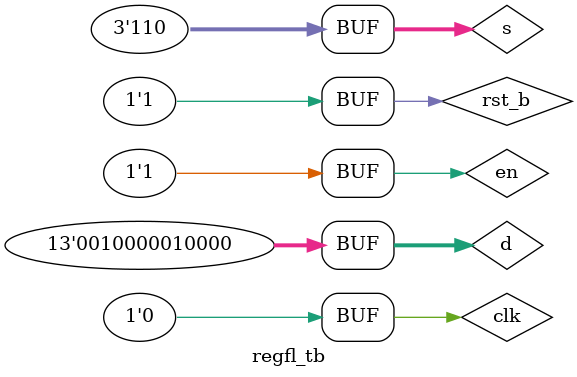
<source format=v>
module dec #(
  parameter w = 2
)(
	input [w-1:0] s,
    input en,
	output reg [2**w-1:0] o
);
	always @ (*) begin
		o = 0;
        if (en)
		    o[s] = 1;
	end
endmodule

module rgst #(
  parameter w = 8
)(
	input clk,rst_b,ld,clr,
	input [w-1:0] d,
	output reg [w-1:0] q
);
	always @ (posedge clk, negedge rst_b)
		if (!rst_b)   q <= 0;
		else if (clr)	q <= 0;
		else if (ld)		q <= d;
endmodule

module regfl(
    input clk, rst_b, en,
    input [2:0] s,
    input [12:0] d,
    output [90:0] q
    );
    wire [7:0] do;
    
    dec #(.w(3)) inst1(.s(s), .en(en), .o(do));
    
    generate
        genvar i;
        for (i=0; i<7; i=i+1) begin:v
            rgst #(.w(13)) gu(.clk(clk),.rst_b(rst_b),.d(d),.clr(1'b0), .ld(do[6-i]), .q(q[90-13*i:78-13*i]));
        end
    endgenerate
endmodule

module regfl_tb;
    reg clk, rst_b, en;
    reg [2:0] s;
    reg [12:0] d;
    wire [90:0] q;
    
    regfl registerfile(.clk(clk), .en(en), .rst_b(rst_b), .s(s), .d(d[12:0]), .q(q));
  
    initial begin
        $display("time\tclk\trst_b\ts\td\t\t\tq");
        $monitor("%4t\t%b\t%b\t%h\t%h\t%b",$time,clk,rst_b,s,d,q);
    end

    localparam CLK_PERIOD = 100;
    localparam RUNNING_CYCLES = 13;
    initial begin
        clk=0;
        repeat (2*RUNNING_CYCLES) #(CLK_PERIOD/2) clk=~clk;
    end
    
    localparam RST_DURATION=25;
    initial begin
        rst_b=0;
        #RST_DURATION rst_b=~rst_b;
    end
    
    initial begin
        en = 1;
        s = 0;
        d = 'h11A7;
        #100
        s = 1;
        d = 'h1f3b;
        #100
        s = 2;
        d = 'h1bc;
        #100
        s = 3;
        d = 'h122c;
        #100
        s = 4;
        d = 'h96a;
        #100
        s = 5;
        d = 'h1247;
        #100
        s = 6;
        d = 'h410;
    end
  
endmodule
</source>
